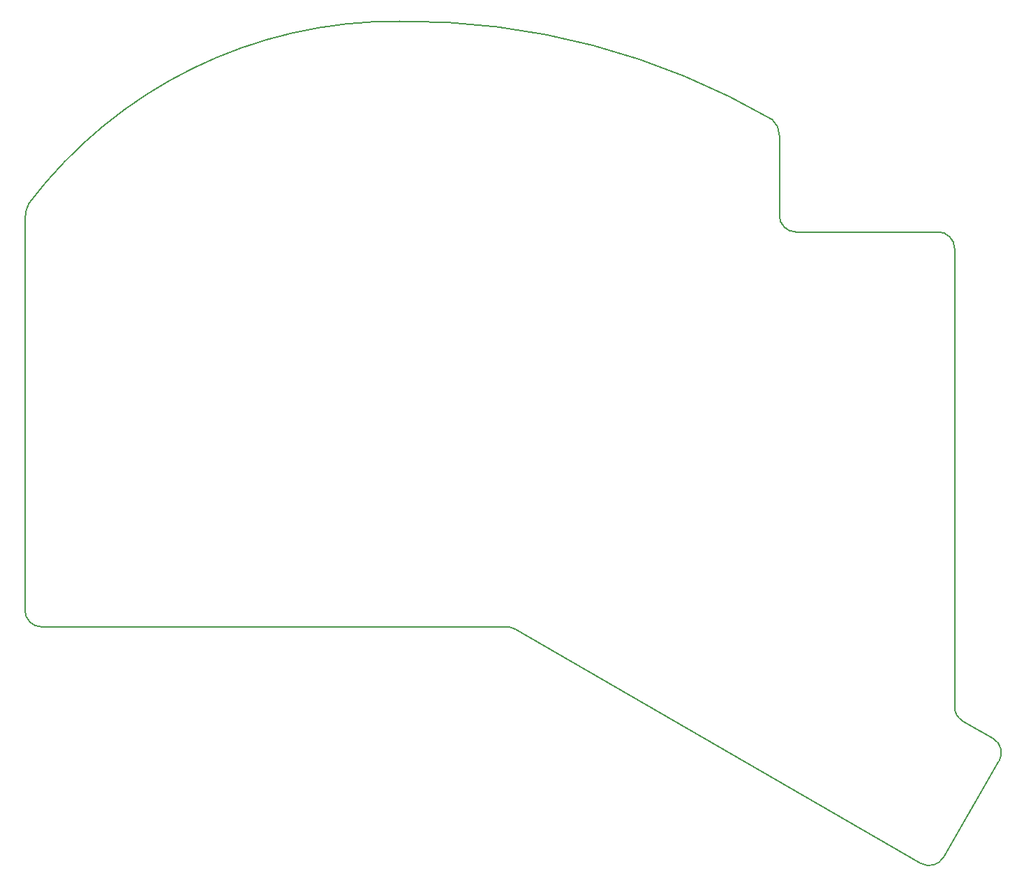
<source format=gbr>
%TF.GenerationSoftware,KiCad,Pcbnew,(6.0.6-1)-1*%
%TF.CreationDate,2022-08-08T10:13:26-05:00*%
%TF.ProjectId,smcboard,736d6362-6f61-4726-942e-6b696361645f,v1.0.0*%
%TF.SameCoordinates,Original*%
%TF.FileFunction,Profile,NP*%
%FSLAX46Y46*%
G04 Gerber Fmt 4.6, Leading zero omitted, Abs format (unit mm)*
G04 Created by KiCad (PCBNEW (6.0.6-1)-1) date 2022-08-08 10:13:26*
%MOMM*%
%LPD*%
G01*
G04 APERTURE LIST*
%TA.AperFunction,Profile*%
%ADD10C,0.150000*%
%TD*%
G04 APERTURE END LIST*
D10*
%TO.C,REF\u002A\u002A*%
X152148522Y-112505803D02*
X201398994Y-140940576D01*
X205473840Y-121931230D02*
X205473840Y-66287854D01*
X203473840Y-64287854D02*
X186223840Y-64287854D01*
X92723840Y-110237854D02*
X92723840Y-62737854D01*
X184223840Y-62287854D02*
X184223840Y-52537854D01*
X204131045Y-140208526D02*
X210881045Y-128517183D01*
X206473840Y-123663280D02*
X210148994Y-125785132D01*
X94723840Y-112237854D02*
X151148522Y-112237854D01*
X184223850Y-52537854D02*
G75*
G03*
X183368301Y-50653854I-2502250J-46D01*
G01*
X205473844Y-121931230D02*
G75*
G03*
X206473840Y-123663281I2000056J30D01*
G01*
X93198301Y-60813854D02*
G75*
G03*
X92723840Y-62737854I3663811J-1924002D01*
G01*
X183368301Y-50653854D02*
G75*
G03*
X138156301Y-38715854I-44316196J-76252593D01*
G01*
X201398985Y-140940592D02*
G75*
G03*
X204131044Y-140208526I1000015J1731992D01*
G01*
X205473846Y-66287854D02*
G75*
G03*
X203473840Y-64287854I-2000046J-46D01*
G01*
X184223846Y-62287854D02*
G75*
G03*
X186223840Y-64287854I1999954J-46D01*
G01*
X92723840Y-110237854D02*
G75*
G03*
X94723840Y-112237854I1999934J-66D01*
G01*
X152148519Y-112505807D02*
G75*
G03*
X151148522Y-112237854I-1000019J-1732093D01*
G01*
X210881035Y-128517177D02*
G75*
G03*
X210148994Y-125785132I-1732135J999977D01*
G01*
X138156301Y-38715854D02*
G75*
G03*
X93198301Y-60813854I-465844J-55834387D01*
G01*
%TD*%
M02*

</source>
